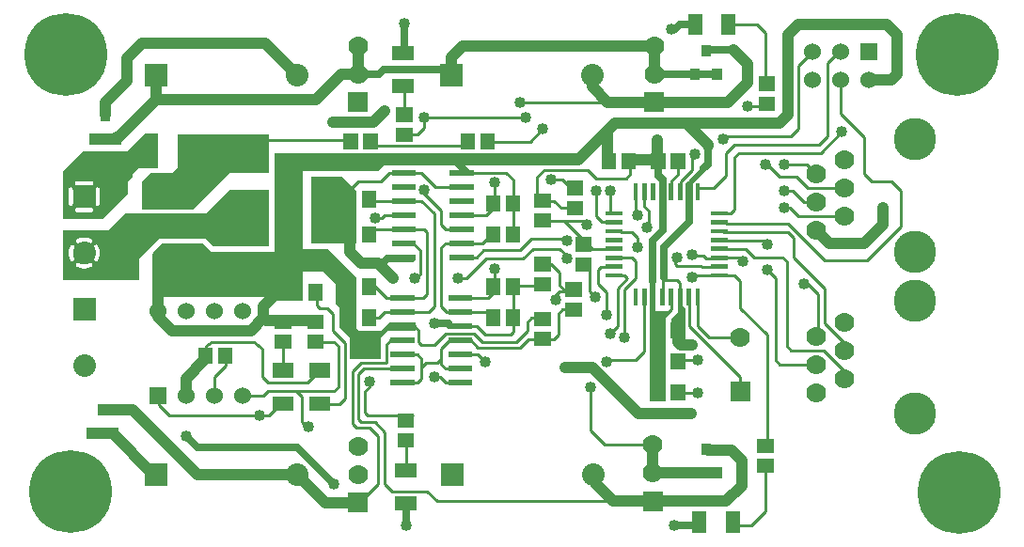
<source format=gbr>
G04 start of page 2 for group 0 idx 0 *
G04 Title: (unknown), component *
G04 Creator: pcb 20110918 *
G04 CreationDate: Tue 09 Apr 2013 03:49:42 AM GMT UTC *
G04 For: railfan *
G04 Format: Gerber/RS-274X *
G04 PCB-Dimensions: 350000 190000 *
G04 PCB-Coordinate-Origin: lower left *
%MOIN*%
%FSLAX25Y25*%
%LNTOP*%
%ADD35C,0.0450*%
%ADD34C,0.0380*%
%ADD33C,0.1280*%
%ADD32C,0.0300*%
%ADD31C,0.1285*%
%ADD30C,0.0390*%
%ADD29C,0.0280*%
%ADD28C,0.0480*%
%ADD27C,0.0200*%
%ADD26R,0.0157X0.0157*%
%ADD25R,0.0200X0.0200*%
%ADD24R,0.0360X0.0360*%
%ADD23R,0.0630X0.0630*%
%ADD22R,0.0340X0.0340*%
%ADD21R,0.0512X0.0512*%
%ADD20C,0.0787*%
%ADD19C,0.1500*%
%ADD18C,0.2937*%
%ADD17C,0.0700*%
%ADD16C,0.0600*%
%ADD15C,0.0800*%
%ADD14C,0.0250*%
%ADD13C,0.0400*%
%ADD12C,0.0100*%
%ADD11C,0.0001*%
G54D11*G36*
X113500Y82000D02*X119500D01*
Y76000D01*
X113500D01*
Y82000D01*
G37*
G36*
X128000Y73500D02*Y65000D01*
X117000D01*
Y73500D01*
X128000D01*
G37*
G36*
X112000Y88000D02*X119500D01*
Y81500D01*
X113500D01*
Y83000D01*
X112000Y84500D01*
Y88000D01*
G37*
G36*
X113500Y77000D02*X119500D01*
Y76000D01*
X120500Y75000D01*
X128500D01*
Y73000D01*
X128000Y72500D01*
X117000D01*
X113500Y76000D01*
Y77000D01*
G37*
G36*
X127500Y72500D02*Y75000D01*
X128000D01*
X131000Y78000D01*
X140500D01*
Y75000D01*
X130500D01*
X128000Y72500D01*
X127500D01*
G37*
G36*
X224000Y82000D02*X229000D01*
Y50000D01*
X224000D01*
Y82000D01*
G37*
G36*
X231000Y78000D02*Y79000D01*
X233500Y81500D01*
Y84500D01*
X235000D01*
Y84000D01*
X236000Y83000D01*
Y77000D01*
X231000D01*
Y78000D01*
G37*
G36*
X223500Y93500D02*X225500D01*
Y50000D01*
X223500D01*
Y93500D01*
G37*
G36*
X103500Y106000D02*Y129500D01*
X114500D01*
X119500Y124500D01*
Y106000D01*
X103500D01*
G37*
G36*
X100500Y104000D02*X109500D01*
X119500Y94000D01*
Y87500D01*
X112000D01*
Y91500D01*
X107500Y96000D01*
X97500D01*
Y104000D01*
X100500D01*
G37*
G36*
Y85500D02*X90500D01*
Y136000D01*
X100500D01*
Y85500D01*
G37*
G36*
X90500Y138000D02*X127000D01*
Y131500D01*
X90500D01*
Y138000D01*
G37*
G36*
X126000Y135000D02*Y135500D01*
X129000D01*
Y133500D01*
X127000Y131500D01*
X126000D01*
Y135000D01*
G37*
G36*
X231900Y74600D02*X236100D01*
Y70200D01*
X231900D01*
Y74600D01*
G37*
G36*
X27750Y138500D02*X40000D01*
Y129500D01*
X29000Y118500D01*
X27750D01*
Y119248D01*
X27868Y119257D01*
X27982Y119285D01*
X28092Y119330D01*
X28192Y119391D01*
X28282Y119468D01*
X28359Y119558D01*
X28420Y119658D01*
X28465Y119768D01*
X28493Y119882D01*
X28500Y120000D01*
Y125000D01*
X28493Y125118D01*
X28465Y125232D01*
X28420Y125342D01*
X28359Y125442D01*
X28282Y125532D01*
X28192Y125609D01*
X28092Y125670D01*
X27982Y125715D01*
X27868Y125743D01*
X27750Y125752D01*
Y138500D01*
G37*
G36*
X23000Y136000D02*X25500Y138500D01*
X27750D01*
Y125752D01*
X27632Y125743D01*
X27518Y125715D01*
X27408Y125670D01*
X27308Y125609D01*
X27218Y125532D01*
X27141Y125442D01*
X27080Y125342D01*
X27035Y125232D01*
X27007Y125118D01*
X27000Y125000D01*
Y120000D01*
X27007Y119882D01*
X27035Y119768D01*
X27080Y119658D01*
X27141Y119558D01*
X27218Y119468D01*
X27308Y119391D01*
X27408Y119330D01*
X27518Y119285D01*
X27632Y119257D01*
X27750Y119248D01*
Y118500D01*
X25500D01*
X25500Y118500D01*
X23000D01*
Y126500D01*
X25500D01*
X25618Y126507D01*
X25732Y126535D01*
X25842Y126580D01*
X25942Y126641D01*
X26032Y126718D01*
X26109Y126808D01*
X26170Y126908D01*
X26215Y127018D01*
X26243Y127132D01*
X26252Y127250D01*
X26243Y127368D01*
X26215Y127482D01*
X26170Y127592D01*
X26109Y127692D01*
X26032Y127782D01*
X25942Y127859D01*
X25842Y127920D01*
X25732Y127965D01*
X25618Y127993D01*
X25500Y128000D01*
X23000D01*
Y136000D01*
G37*
G36*
X19000Y118500D02*Y132000D01*
X23000Y136000D01*
Y128000D01*
X20500D01*
X20382Y127993D01*
X20268Y127965D01*
X20158Y127920D01*
X20058Y127859D01*
X19968Y127782D01*
X19891Y127692D01*
X19830Y127592D01*
X19785Y127482D01*
X19757Y127368D01*
X19748Y127250D01*
X19757Y127132D01*
X19785Y127018D01*
X19830Y126908D01*
X19891Y126808D01*
X19968Y126718D01*
X20058Y126641D01*
X20158Y126580D01*
X20268Y126535D01*
X20382Y126507D01*
X20500Y126500D01*
X23000D01*
Y118500D01*
X20500D01*
X20500Y118500D01*
X19000D01*
G37*
G36*
X40000Y138500D02*X49000D01*
Y132500D01*
X42000D01*
X39000Y129500D01*
Y138500D01*
X40000D01*
G37*
G36*
X16500Y106500D02*Y110000D01*
X26500D01*
X29000Y107500D01*
Y106500D01*
X25864D01*
X25865Y106504D01*
X25893Y106619D01*
X25902Y106737D01*
X25892Y106855D01*
X25865Y106969D01*
X25819Y107078D01*
X25757Y107179D01*
X25681Y107269D01*
X25591Y107345D01*
X25489Y107405D01*
X25020Y107622D01*
X24531Y107789D01*
X24028Y107909D01*
X23516Y107982D01*
X23000Y108006D01*
X22484Y107982D01*
X21972Y107909D01*
X21469Y107789D01*
X20980Y107622D01*
X20508Y107410D01*
X20407Y107349D01*
X20316Y107272D01*
X20239Y107182D01*
X20177Y107080D01*
X20131Y106971D01*
X20103Y106855D01*
X20094Y106737D01*
X20103Y106619D01*
X20130Y106503D01*
X20132Y106500D01*
X16500D01*
G37*
G36*
X29000Y118500D02*Y117500D01*
X27750Y116250D01*
Y119248D01*
X27868Y119257D01*
X27982Y119285D01*
X28092Y119330D01*
X28192Y119391D01*
X28282Y119468D01*
X28359Y119558D01*
X28420Y119658D01*
X28465Y119768D01*
X28493Y119882D01*
X28500Y120000D01*
Y125000D01*
X28493Y125118D01*
X28465Y125232D01*
X28420Y125342D01*
X28359Y125442D01*
X28282Y125532D01*
X28192Y125609D01*
X28092Y125670D01*
X27982Y125715D01*
X27868Y125743D01*
X27750Y125752D01*
Y132000D01*
X29000D01*
Y118500D01*
G37*
G36*
X27750Y116250D02*X26500Y115000D01*
X23000D01*
Y117000D01*
X25500D01*
X25618Y117007D01*
X25732Y117035D01*
X25842Y117080D01*
X25942Y117141D01*
X26032Y117218D01*
X26109Y117308D01*
X26170Y117408D01*
X26215Y117518D01*
X26243Y117632D01*
X26252Y117750D01*
X26243Y117868D01*
X26215Y117982D01*
X26170Y118092D01*
X26109Y118192D01*
X26032Y118282D01*
X25942Y118359D01*
X25842Y118420D01*
X25732Y118465D01*
X25618Y118493D01*
X25500Y118500D01*
X23000D01*
Y126500D01*
X25500D01*
X25618Y126507D01*
X25732Y126535D01*
X25842Y126580D01*
X25942Y126641D01*
X26032Y126718D01*
X26109Y126808D01*
X26170Y126908D01*
X26215Y127018D01*
X26243Y127132D01*
X26252Y127250D01*
X26243Y127368D01*
X26215Y127482D01*
X26170Y127592D01*
X26109Y127692D01*
X26032Y127782D01*
X25942Y127859D01*
X25842Y127920D01*
X25732Y127965D01*
X25618Y127993D01*
X25500Y128000D01*
X23000D01*
Y132000D01*
X27750D01*
Y125752D01*
X27632Y125743D01*
X27518Y125715D01*
X27408Y125670D01*
X27308Y125609D01*
X27218Y125532D01*
X27141Y125442D01*
X27080Y125342D01*
X27035Y125232D01*
X27007Y125118D01*
X27000Y125000D01*
Y120000D01*
X27007Y119882D01*
X27035Y119768D01*
X27080Y119658D01*
X27141Y119558D01*
X27218Y119468D01*
X27308Y119391D01*
X27408Y119330D01*
X27518Y119285D01*
X27632Y119257D01*
X27750Y119248D01*
Y116250D01*
G37*
G36*
X23000Y115000D02*X18250D01*
Y119248D01*
X18368Y119257D01*
X18482Y119285D01*
X18592Y119330D01*
X18692Y119391D01*
X18782Y119468D01*
X18859Y119558D01*
X18920Y119658D01*
X18965Y119768D01*
X18993Y119882D01*
X19000Y120000D01*
Y125000D01*
X18993Y125118D01*
X18965Y125232D01*
X18920Y125342D01*
X18859Y125442D01*
X18782Y125532D01*
X18692Y125609D01*
X18592Y125670D01*
X18482Y125715D01*
X18368Y125743D01*
X18250Y125752D01*
Y131750D01*
X18500Y132000D01*
X23000D01*
Y128000D01*
X20500D01*
X20382Y127993D01*
X20268Y127965D01*
X20158Y127920D01*
X20058Y127859D01*
X19968Y127782D01*
X19891Y127692D01*
X19830Y127592D01*
X19785Y127482D01*
X19757Y127368D01*
X19748Y127250D01*
X19757Y127132D01*
X19785Y127018D01*
X19830Y126908D01*
X19891Y126808D01*
X19968Y126718D01*
X20058Y126641D01*
X20158Y126580D01*
X20268Y126535D01*
X20382Y126507D01*
X20500Y126500D01*
X23000D01*
Y118500D01*
X20500D01*
X20382Y118493D01*
X20268Y118465D01*
X20158Y118420D01*
X20058Y118359D01*
X19968Y118282D01*
X19891Y118192D01*
X19830Y118092D01*
X19785Y117982D01*
X19757Y117868D01*
X19748Y117750D01*
X19757Y117632D01*
X19785Y117518D01*
X19830Y117408D01*
X19891Y117308D01*
X19968Y117218D01*
X20058Y117141D01*
X20158Y117080D01*
X20268Y117035D01*
X20382Y117007D01*
X20500Y117000D01*
X23000D01*
Y115000D01*
G37*
G36*
X18250D02*X16500D01*
Y130000D01*
X18250Y131750D01*
Y125752D01*
X18132Y125743D01*
X18018Y125715D01*
X17908Y125670D01*
X17808Y125609D01*
X17718Y125532D01*
X17641Y125442D01*
X17580Y125342D01*
X17535Y125232D01*
X17507Y125118D01*
X17500Y125000D01*
Y120000D01*
X17507Y119882D01*
X17535Y119768D01*
X17580Y119658D01*
X17641Y119558D01*
X17718Y119468D01*
X17808Y119391D01*
X17908Y119330D01*
X18018Y119285D01*
X18132Y119257D01*
X18250Y119248D01*
Y115000D01*
G37*
G36*
X27493Y110500D02*X29500D01*
X34625Y105375D01*
X34528Y104971D01*
X34491Y104500D01*
X34528Y104029D01*
X34638Y103570D01*
X34819Y103134D01*
X35065Y102731D01*
X35372Y102372D01*
X35731Y102065D01*
X36134Y101819D01*
X36570Y101638D01*
X37029Y101528D01*
X37500Y101491D01*
X37971Y101528D01*
X38375Y101625D01*
X42500Y97500D01*
Y93000D01*
X27493D01*
Y99645D01*
X27578Y99681D01*
X27679Y99743D01*
X27769Y99819D01*
X27845Y99909D01*
X27905Y100011D01*
X28122Y100480D01*
X28289Y100969D01*
X28409Y101472D01*
X28482Y101984D01*
X28506Y102500D01*
X28482Y103016D01*
X28409Y103528D01*
X28289Y104031D01*
X28122Y104520D01*
X27910Y104992D01*
X27849Y105093D01*
X27772Y105184D01*
X27682Y105261D01*
X27580Y105323D01*
X27493Y105360D01*
Y110500D01*
G37*
G36*
X23002D02*X27493D01*
Y105360D01*
X27471Y105369D01*
X27355Y105397D01*
X27237Y105406D01*
X27119Y105397D01*
X27003Y105370D01*
X26893Y105324D01*
X26792Y105262D01*
X26702Y105186D01*
X26624Y105095D01*
X26562Y104994D01*
X26516Y104885D01*
X26489Y104769D01*
X26479Y104651D01*
X26488Y104532D01*
X26516Y104417D01*
X26563Y104308D01*
X26721Y103968D01*
X26842Y103612D01*
X26930Y103247D01*
X26982Y102875D01*
X27000Y102500D01*
X26982Y102125D01*
X26930Y101753D01*
X26842Y101388D01*
X26721Y101032D01*
X26567Y100690D01*
X26520Y100582D01*
X26493Y100467D01*
X26483Y100349D01*
X26493Y100232D01*
X26521Y100117D01*
X26566Y100008D01*
X26628Y99907D01*
X26705Y99818D01*
X26795Y99741D01*
X26895Y99680D01*
X27004Y99635D01*
X27119Y99607D01*
X27237Y99598D01*
X27355Y99608D01*
X27469Y99635D01*
X27493Y99645D01*
Y93000D01*
X23002D01*
Y96994D01*
X23516Y97018D01*
X24028Y97091D01*
X24531Y97211D01*
X25020Y97378D01*
X25492Y97590D01*
X25593Y97651D01*
X25684Y97728D01*
X25761Y97818D01*
X25823Y97920D01*
X25869Y98029D01*
X25897Y98145D01*
X25906Y98263D01*
X25897Y98381D01*
X25870Y98497D01*
X25824Y98607D01*
X25762Y98708D01*
X25686Y98798D01*
X25595Y98876D01*
X25494Y98938D01*
X25385Y98984D01*
X25269Y99011D01*
X25151Y99021D01*
X25032Y99012D01*
X24917Y98984D01*
X24808Y98937D01*
X24468Y98779D01*
X24112Y98658D01*
X23747Y98570D01*
X23375Y98518D01*
X23002Y98500D01*
Y106500D01*
X23375Y106482D01*
X23747Y106430D01*
X24112Y106342D01*
X24468Y106221D01*
X24810Y106067D01*
X24918Y106020D01*
X25033Y105993D01*
X25151Y105983D01*
X25268Y105993D01*
X25383Y106021D01*
X25492Y106066D01*
X25593Y106128D01*
X25682Y106205D01*
X25759Y106295D01*
X25820Y106395D01*
X25865Y106504D01*
X25893Y106619D01*
X25902Y106737D01*
X25892Y106855D01*
X25865Y106969D01*
X25819Y107078D01*
X25757Y107179D01*
X25681Y107269D01*
X25591Y107345D01*
X25489Y107405D01*
X25020Y107622D01*
X24531Y107789D01*
X24028Y107909D01*
X23516Y107982D01*
X23002Y108006D01*
Y110500D01*
G37*
G36*
X18507D02*X23002D01*
Y108006D01*
X23000Y108006D01*
X22484Y107982D01*
X21972Y107909D01*
X21469Y107789D01*
X20980Y107622D01*
X20508Y107410D01*
X20407Y107349D01*
X20316Y107272D01*
X20239Y107182D01*
X20177Y107080D01*
X20131Y106971D01*
X20103Y106855D01*
X20094Y106737D01*
X20103Y106619D01*
X20130Y106503D01*
X20176Y106393D01*
X20238Y106292D01*
X20314Y106202D01*
X20405Y106124D01*
X20506Y106062D01*
X20615Y106016D01*
X20731Y105989D01*
X20849Y105979D01*
X20968Y105988D01*
X21083Y106016D01*
X21192Y106063D01*
X21532Y106221D01*
X21888Y106342D01*
X22253Y106430D01*
X22625Y106482D01*
X23000Y106500D01*
X23002Y106500D01*
Y98500D01*
X23000Y98500D01*
X22625Y98518D01*
X22253Y98570D01*
X21888Y98658D01*
X21532Y98779D01*
X21190Y98933D01*
X21082Y98980D01*
X20967Y99007D01*
X20849Y99017D01*
X20732Y99007D01*
X20617Y98979D01*
X20508Y98934D01*
X20407Y98872D01*
X20318Y98795D01*
X20241Y98705D01*
X20180Y98605D01*
X20135Y98496D01*
X20107Y98381D01*
X20098Y98263D01*
X20108Y98145D01*
X20135Y98031D01*
X20181Y97922D01*
X20243Y97821D01*
X20319Y97731D01*
X20409Y97655D01*
X20511Y97595D01*
X20980Y97378D01*
X21469Y97211D01*
X21972Y97091D01*
X22484Y97018D01*
X23000Y96994D01*
X23002Y96994D01*
Y93000D01*
X18507D01*
Y99640D01*
X18529Y99631D01*
X18645Y99603D01*
X18763Y99594D01*
X18881Y99603D01*
X18997Y99630D01*
X19107Y99676D01*
X19208Y99738D01*
X19298Y99814D01*
X19376Y99905D01*
X19438Y100006D01*
X19484Y100115D01*
X19511Y100231D01*
X19521Y100349D01*
X19512Y100468D01*
X19484Y100583D01*
X19437Y100692D01*
X19279Y101032D01*
X19158Y101388D01*
X19070Y101753D01*
X19018Y102125D01*
X19000Y102500D01*
X19018Y102875D01*
X19070Y103247D01*
X19158Y103612D01*
X19279Y103968D01*
X19433Y104310D01*
X19480Y104418D01*
X19507Y104533D01*
X19517Y104651D01*
X19507Y104768D01*
X19479Y104883D01*
X19434Y104992D01*
X19372Y105093D01*
X19295Y105182D01*
X19205Y105259D01*
X19105Y105320D01*
X18996Y105365D01*
X18881Y105393D01*
X18763Y105402D01*
X18645Y105392D01*
X18531Y105365D01*
X18507Y105355D01*
Y110500D01*
G37*
G36*
X15500D02*X18507D01*
Y105355D01*
X18422Y105319D01*
X18321Y105257D01*
X18231Y105181D01*
X18155Y105091D01*
X18095Y104989D01*
X17878Y104520D01*
X17711Y104031D01*
X17591Y103528D01*
X17518Y103016D01*
X17494Y102500D01*
X17518Y101984D01*
X17591Y101472D01*
X17711Y100969D01*
X17878Y100480D01*
X18090Y100008D01*
X18151Y99907D01*
X18228Y99816D01*
X18318Y99739D01*
X18420Y99677D01*
X18507Y99640D01*
Y93000D01*
X15500D01*
Y110500D01*
G37*
G36*
X27750Y130000D02*X38500D01*
Y123500D01*
X29500Y114500D01*
X27750D01*
Y119248D01*
X27868Y119257D01*
X27982Y119285D01*
X28092Y119330D01*
X28192Y119391D01*
X28282Y119468D01*
X28359Y119558D01*
X28420Y119658D01*
X28465Y119768D01*
X28493Y119882D01*
X28500Y120000D01*
Y125000D01*
X28493Y125118D01*
X28465Y125232D01*
X28420Y125342D01*
X28359Y125442D01*
X28282Y125532D01*
X28192Y125609D01*
X28092Y125670D01*
X27982Y125715D01*
X27868Y125743D01*
X27750Y125752D01*
Y130000D01*
G37*
G36*
X23000D02*X27750D01*
Y125752D01*
X27632Y125743D01*
X27518Y125715D01*
X27408Y125670D01*
X27308Y125609D01*
X27218Y125532D01*
X27141Y125442D01*
X27080Y125342D01*
X27035Y125232D01*
X27007Y125118D01*
X27000Y125000D01*
Y120000D01*
X27007Y119882D01*
X27035Y119768D01*
X27080Y119658D01*
X27141Y119558D01*
X27218Y119468D01*
X27308Y119391D01*
X27408Y119330D01*
X27518Y119285D01*
X27632Y119257D01*
X27750Y119248D01*
Y114500D01*
X23000D01*
Y117000D01*
X25500D01*
X25618Y117007D01*
X25732Y117035D01*
X25842Y117080D01*
X25942Y117141D01*
X26032Y117218D01*
X26109Y117308D01*
X26170Y117408D01*
X26215Y117518D01*
X26243Y117632D01*
X26252Y117750D01*
X26243Y117868D01*
X26215Y117982D01*
X26170Y118092D01*
X26109Y118192D01*
X26032Y118282D01*
X25942Y118359D01*
X25842Y118420D01*
X25732Y118465D01*
X25618Y118493D01*
X25500Y118500D01*
X23000D01*
Y126500D01*
X25500D01*
X25618Y126507D01*
X25732Y126535D01*
X25842Y126580D01*
X25942Y126641D01*
X26032Y126718D01*
X26109Y126808D01*
X26170Y126908D01*
X26215Y127018D01*
X26243Y127132D01*
X26252Y127250D01*
X26243Y127368D01*
X26215Y127482D01*
X26170Y127592D01*
X26109Y127692D01*
X26032Y127782D01*
X25942Y127859D01*
X25842Y127920D01*
X25732Y127965D01*
X25618Y127993D01*
X25500Y128000D01*
X23000D01*
Y130000D01*
G37*
G36*
X18250D02*X23000D01*
Y128000D01*
X20500D01*
X20382Y127993D01*
X20268Y127965D01*
X20158Y127920D01*
X20058Y127859D01*
X19968Y127782D01*
X19891Y127692D01*
X19830Y127592D01*
X19785Y127482D01*
X19757Y127368D01*
X19748Y127250D01*
X19757Y127132D01*
X19785Y127018D01*
X19830Y126908D01*
X19891Y126808D01*
X19968Y126718D01*
X20058Y126641D01*
X20158Y126580D01*
X20268Y126535D01*
X20382Y126507D01*
X20500Y126500D01*
X23000D01*
Y118500D01*
X20500D01*
X20382Y118493D01*
X20268Y118465D01*
X20158Y118420D01*
X20058Y118359D01*
X19968Y118282D01*
X19891Y118192D01*
X19830Y118092D01*
X19785Y117982D01*
X19757Y117868D01*
X19748Y117750D01*
X19757Y117632D01*
X19785Y117518D01*
X19830Y117408D01*
X19891Y117308D01*
X19968Y117218D01*
X20058Y117141D01*
X20158Y117080D01*
X20268Y117035D01*
X20382Y117007D01*
X20500Y117000D01*
X23000D01*
Y114500D01*
X18250D01*
Y119248D01*
X18368Y119257D01*
X18482Y119285D01*
X18592Y119330D01*
X18692Y119391D01*
X18782Y119468D01*
X18859Y119558D01*
X18920Y119658D01*
X18965Y119768D01*
X18993Y119882D01*
X19000Y120000D01*
Y125000D01*
X18993Y125118D01*
X18965Y125232D01*
X18920Y125342D01*
X18859Y125442D01*
X18782Y125532D01*
X18692Y125609D01*
X18592Y125670D01*
X18482Y125715D01*
X18368Y125743D01*
X18250Y125752D01*
Y130000D01*
G37*
G36*
X15500Y114500D02*Y130000D01*
X18250D01*
Y125752D01*
X18132Y125743D01*
X18018Y125715D01*
X17908Y125670D01*
X17808Y125609D01*
X17718Y125532D01*
X17641Y125442D01*
X17580Y125342D01*
X17535Y125232D01*
X17507Y125118D01*
X17500Y125000D01*
Y120000D01*
X17507Y119882D01*
X17535Y119768D01*
X17580Y119658D01*
X17641Y119558D01*
X17718Y119468D01*
X17808Y119391D01*
X17908Y119330D01*
X18018Y119285D01*
X18132Y119257D01*
X18250Y119248D01*
Y114500D01*
X15500D01*
G37*
G36*
Y129500D02*Y131500D01*
X22500Y138500D01*
X26500D01*
Y129500D01*
X15500D01*
G37*
G36*
X38000Y138500D02*X44500Y145000D01*
X49000D01*
Y138000D01*
X38000D01*
Y138500D01*
G37*
G36*
X28500Y110500D02*X31500D01*
X37500Y116500D01*
X66000D01*
X74500Y125000D01*
X88500D01*
Y105000D01*
X68500D01*
X66000Y107500D01*
X49500D01*
X42500Y100500D01*
Y96000D01*
X31500D01*
Y103500D01*
X28500Y106500D01*
Y110500D01*
G37*
G36*
X56000Y144500D02*X88500D01*
Y131000D01*
X74500D01*
X61500Y118000D01*
X43500D01*
Y128000D01*
X46500Y131000D01*
X54000D01*
X56000Y133000D01*
Y144500D01*
G37*
G36*
X50500Y106000D02*X65000D01*
X68000Y103000D01*
X95500D01*
Y87000D01*
X47500D01*
Y103000D01*
X50500Y106000D01*
G37*
G54D12*X177500Y156000D02*X225000D01*
G54D13*X203000Y165500D02*Y161500D01*
X208500Y156000D01*
X157000Y176000D02*X225000D01*
G54D12*X166000Y142000D02*X181000D01*
X184500Y145500D01*
X159500Y131000D02*X172500D01*
X175000Y128500D01*
X188500D02*X192500D01*
G54D13*X198000Y135500D02*X211000Y148500D01*
X208500Y145500D02*Y134500D01*
G54D12*X183500Y129500D02*X186000Y132000D01*
X201500D01*
X204500Y129000D01*
X215000D01*
X216500Y130500D02*Y134500D01*
G54D13*X215500Y135500D02*X226000D01*
G54D12*X233500Y130500D02*Y134500D01*
G54D13*X226000Y134000D02*Y142500D01*
G54D14*X226500Y130000D02*Y133500D01*
X244000Y136500D02*Y140500D01*
Y134000D02*Y141000D01*
G54D13*X225000Y176000D02*Y166000D01*
X244000Y141000D02*X236500Y148500D01*
X244000Y140500D02*Y141000D01*
G54D14*X242500Y142500D01*
G54D12*X238500Y132000D02*Y136500D01*
X239500Y137500D01*
G54D14*X242500Y132500D02*X244000Y134000D01*
G54D12*X250500Y130000D02*Y138000D01*
X253500Y141000D01*
X249500Y143000D02*X250500Y144000D01*
G54D13*X30500Y156000D02*X38000Y163500D01*
Y171500D01*
X30500Y156000D02*Y151500D01*
X34000Y143000D02*X34500Y143500D01*
G54D12*X73000Y62500D02*Y65500D01*
X66000Y67000D02*Y69500D01*
X68000Y71000D01*
G54D13*X49000Y80000D02*X54000Y75000D01*
X34500Y143500D02*X35000D01*
X48500Y157000D01*
X54000Y75000D02*X82000D01*
G54D12*X68000Y71000D02*X83000D01*
G54D13*X34000Y143000D02*X27000D01*
X38000Y171500D02*X43500Y177000D01*
X87000D01*
X48500Y157000D02*Y167000D01*
X48000Y167500D01*
X48500Y157000D02*X105000D01*
G54D12*X111000Y142500D02*X85500D01*
G54D13*X87000Y177000D02*X98500Y165500D01*
G54D12*X110000Y142500D02*X117000D01*
G54D13*X92500Y88500D02*X97500D01*
G54D12*X83000Y71000D02*X86000Y68500D01*
G54D13*X82000Y75000D02*X86500Y79500D01*
G54D12*X121000Y63500D02*X130000D01*
G54D14*X117000Y90500D02*Y79500D01*
G54D12*X115500Y70500D02*X111000Y75000D01*
Y81000D01*
X130000Y63500D02*Y70000D01*
X131500Y71500D01*
G54D14*X128500Y98500D02*X130500Y100500D01*
G54D13*X117000Y103000D02*X121000Y99000D01*
X127000D01*
G54D14*X127500Y98500D02*X128500D01*
G54D13*X86500Y79000D02*Y83500D01*
X94500Y91500D02*Y133500D01*
X86500Y83500D02*X94500Y91500D01*
G54D12*X111000Y81000D02*X109000Y83000D01*
X106500D01*
X105500Y84000D01*
Y87500D01*
G54D13*X106500Y127000D02*Y120500D01*
X111500Y115500D01*
X117000D01*
Y109000D01*
Y121500D01*
Y109500D02*Y103000D01*
X125500Y149000D02*X129500Y153000D01*
G54D12*X136500Y161500D02*Y151500D01*
G54D14*X127500Y166000D02*X129000Y167500D01*
G54D13*X111000Y149000D02*X125500D01*
X120000Y176000D02*Y166500D01*
X120500Y166000D01*
X105000Y157000D02*X114000Y166000D01*
X120000D01*
G54D14*X127500D01*
G54D12*X143500Y147000D02*Y151000D01*
X141000Y144500D02*X143500Y147000D01*
G54D13*X153000Y165500D02*Y172000D01*
X157000Y176000D01*
G54D14*X151000Y167500D02*X153000Y165500D01*
X136500Y184000D02*Y174000D01*
X129000Y167500D02*X151000D01*
G54D12*X136500Y144500D02*X141000D01*
X126000Y140500D02*X159000D01*
X143500Y111000D02*X138000D01*
X151000D02*X149500Y112500D01*
X139000Y121000D02*X142500D01*
X147000Y116500D01*
X149500Y112500D02*Y117500D01*
X143000Y124000D01*
X168500Y127500D02*Y119500D01*
X175000Y128500D02*Y108500D01*
X159500Y116000D02*X165500D01*
X168000Y118500D01*
X147500Y126000D02*X155000D01*
G54D14*X154000Y135500D02*X158000Y131500D01*
G54D12*X143500Y150500D02*X179500D01*
X143500Y125000D02*X144500D01*
X186000Y121000D02*X189500D01*
X192500Y128500D02*X195500Y125500D01*
X192000Y118500D02*X197000D01*
X183500Y121000D02*Y129500D01*
X186000Y114000D02*X199500D01*
X125000Y121000D02*X134500D01*
X117000Y121500D02*Y125000D01*
X120000Y128000D01*
X128000D01*
X131000Y131000D01*
X135000D01*
X124500Y111000D02*X135000D01*
X117000Y122000D02*Y109000D01*
X126000Y115000D02*X128500D01*
X129500Y116000D01*
X134500D01*
X137500Y131000D02*X142500D01*
X147500Y126000D01*
G54D13*X95500Y135500D02*X198000D01*
G54D12*X198500Y137500D02*X108000D01*
X168500Y90500D02*Y97500D01*
X147000Y116500D02*Y83500D01*
G54D14*Y77500D02*X152000D01*
X152500Y77000D01*
G54D12*X151000Y74000D02*X147000Y70000D01*
X142500D01*
X142000Y103500D02*Y95000D01*
X140000Y76500D02*X139000D01*
X159500Y71500D02*X160000D01*
X162500Y69000D01*
X139500Y106000D02*X142000Y103500D01*
Y95000D02*X140500Y93500D01*
G54D14*X130500Y100500D02*X139000D01*
G54D13*X127000Y99000D02*X132500Y93500D01*
G54D12*X142500Y70000D02*X141500Y71000D01*
Y75000D01*
X140000Y76500D01*
X151000Y74000D02*X161000D01*
X164000Y71000D01*
X176000D01*
X180000Y75000D01*
Y78000D01*
X181500Y79500D01*
X185000D01*
X190000Y86000D02*Y87500D01*
X238000Y127500D02*X243500Y133000D01*
X243000Y133500D02*X237500Y128000D01*
Y127000D02*X238000Y126500D01*
X237500Y128000D02*Y127000D01*
X234500Y128000D02*X238500Y132000D01*
X240500Y125500D02*X246000D01*
X250500Y130000D01*
X253500Y118000D02*Y136500D01*
X224500Y76500D02*X226000Y75000D01*
X228000Y88500D02*Y90500D01*
X240500Y85000D02*Y76500D01*
X244500Y72500D01*
X237500Y84500D02*Y76500D01*
X233500Y64500D02*X240500D01*
G54D13*X233500Y71000D02*X234500Y70000D01*
G54D12*X244500Y72500D02*X255000D01*
X273500Y68000D02*X285000D01*
X269500Y63000D02*X282500D01*
X265000Y73500D02*X255500Y83000D01*
X268000Y64500D02*Y93500D01*
X272000Y69500D02*X273500Y68000D01*
X272000Y99500D02*Y69500D01*
X268000Y64500D02*X269500Y63000D01*
X285500Y90000D02*Y77500D01*
X255500Y83000D02*Y92500D01*
X253500Y94500D01*
X249500D01*
X268000Y93500D02*X265000Y96500D01*
X285500Y90000D02*X274500Y101000D01*
X272000Y99500D02*X270500Y101000D01*
X260500D01*
X241500Y98000D02*X233000D01*
X246000Y94500D02*X239000D01*
X243500Y100500D02*X246000D01*
Y97500D02*X242000D01*
X241500Y98000D01*
X238500Y101500D02*X242500D01*
X243500Y100500D01*
X250500Y107000D02*X263500D01*
X272500Y110000D02*X249500D01*
X250500Y116500D02*X252000D01*
X253500Y118000D01*
X250500Y113000D02*X272500D01*
X263500Y107000D02*X265000Y105500D01*
X260500Y101000D02*X257500Y104000D01*
X274500Y101000D02*Y108000D01*
X272500Y110000D01*
G54D13*X282500Y110500D02*X287000Y106000D01*
X287500D02*X299500D01*
X306000Y112500D01*
Y118500D01*
G54D12*X285500Y100000D02*X300500D01*
X312500Y112000D01*
Y124500D01*
X309000Y128000D01*
X273000Y118500D02*X276000Y115500D01*
X293000D01*
X279500Y125500D02*X275500Y129500D01*
X271000Y118500D02*X273000D01*
X271000Y124500D02*X274000D01*
X278000Y120500D01*
X292500Y125500D02*X279500D01*
X278000Y120500D02*X282000D01*
X282500Y121000D01*
X228000Y89500D02*Y95000D01*
X228500Y96000D02*Y95500D01*
X232500Y98500D02*Y100500D01*
X233000Y98000D02*X232500Y98500D01*
X233000Y93000D02*X234000Y92000D01*
X224500Y85500D02*Y76500D01*
X231000Y85500D02*Y82500D01*
X227500Y79000D01*
Y75500D01*
X224500Y81500D02*X230000D01*
X224500Y93000D02*Y87500D01*
G54D14*X228500Y94000D02*Y104500D01*
G54D12*X155500Y93500D02*X158500D01*
X165500Y100500D01*
X178500D01*
X159500Y106000D02*X164000D01*
X167000Y109000D01*
X159500Y101000D02*X162000D01*
X164500Y103500D01*
G54D14*X224500Y107000D02*Y92500D01*
X228000Y110500D02*X224500Y107000D01*
X228000Y126500D02*Y110500D01*
G54D12*X231000Y126000D02*Y128000D01*
X233500Y130500D01*
G54D14*X228000Y126000D02*Y128500D01*
X226500Y130000D01*
G54D12*X234500Y126000D02*Y128000D01*
G54D14*X228500Y104500D02*X237500Y113500D01*
Y126500D01*
G54D12*X218500Y122500D02*Y116000D01*
X221500Y122500D02*Y119000D01*
X218500Y116000D02*X219000Y115500D01*
X190000Y87500D02*X191500Y89000D01*
X202000Y98500D02*Y89000D01*
X181500Y107500D02*X193000D01*
X194000Y106500D01*
X193000Y114000D02*X203000Y104000D01*
X199500Y114000D02*X201000Y112500D01*
X189500Y121000D02*X192000Y118500D01*
X203000Y104000D02*X210000D01*
X209500Y124500D02*Y116500D01*
X206500Y113500D02*X209500D01*
X204500Y124500D02*Y115500D01*
X206500Y113500D01*
G54D13*X208500Y156000D02*X251000D01*
X258000Y163000D01*
Y169500D01*
X253000Y174500D01*
G54D14*X225000Y166000D02*X247500D01*
X232500Y182000D02*X234000Y183500D01*
X239000D01*
X231000Y182000D02*X232500D01*
G54D13*X211000Y148500D02*X269500D01*
G54D14*X253000Y174500D02*X243000D01*
G54D12*X251000Y183500D02*X261500D01*
X264500Y180500D01*
Y162000D01*
X276000Y169000D02*X281000Y174000D01*
G54D13*X272500Y180000D02*X276000Y183500D01*
X307500D01*
X311000Y180000D01*
G54D12*X286500Y170000D02*X291000Y174500D01*
G54D13*X311000Y180000D02*Y166000D01*
X309000Y164000D01*
X301000D01*
G54D12*X286500Y144000D02*Y170000D01*
X291000Y152000D02*Y164000D01*
X276000Y146500D02*Y169000D01*
X250500Y144000D02*X273500D01*
X258000Y154500D02*X265000D01*
G54D13*X269500Y148500D02*X272500Y151500D01*
G54D12*X253500Y136500D02*X255000Y138000D01*
G54D13*X272500Y151500D02*Y180000D01*
G54D12*X273500Y144000D02*X276000Y146500D01*
X253500Y141000D02*X283500D01*
X255000Y138000D02*X284000D01*
X269500Y129500D02*X265000Y134000D01*
X275500Y129500D02*X269500D01*
X302000Y128000D02*X299500Y130500D01*
X309000Y128000D02*X302000D01*
X271000Y134000D02*X279000D01*
X282500Y130500D01*
X283500Y141000D02*X286500Y144000D01*
X299500Y143500D02*X291000Y152000D01*
X284000Y138000D02*X291500Y145500D01*
X299500Y143500D02*Y130500D01*
X144500Y110000D02*X143500Y111000D01*
X151000Y106000D02*X154500D01*
X149500Y104500D02*X151000Y106000D01*
X154500Y111000D02*X151000D01*
X143000Y86500D02*X144500Y88000D01*
X138000Y86500D02*X143000D01*
X124500Y90500D02*X126000D01*
X130000Y86500D01*
X133500D01*
X124500Y79500D02*X127500D01*
X129500Y81500D01*
X135000D01*
X144500Y88000D02*Y110000D01*
X149500Y83500D02*Y104500D01*
X151500Y81500D02*X149500Y83500D01*
X138500Y81500D02*X145000D01*
X153500D02*X151500D01*
X145000D02*X147000Y83500D01*
X162500Y69000D02*X177500D01*
X162500Y66500D02*X165000Y64000D01*
X159000Y66500D02*X162500D01*
X158500Y86500D02*X166000D01*
X168000Y88500D01*
X158500Y81500D02*X168000D01*
X158000Y76500D02*X162000D01*
X165000Y73500D01*
X168000Y81500D02*X168500Y81000D01*
X174000Y73500D02*X175000Y74500D01*
X165000Y73500D02*X174000D01*
X175000Y90500D02*Y74500D01*
X149500Y63000D02*Y68500D01*
X152500Y71500D01*
X148000Y63500D02*X149500Y65000D01*
Y63000D02*X151000Y61500D01*
X154500D01*
X120000Y59500D02*X122000Y61500D01*
X134500D01*
X151000Y56500D02*X154000D01*
X147000Y58500D02*X149000D01*
X151000Y56500D01*
X144000Y63500D02*X148000D01*
X142500Y62000D02*X144000Y63500D01*
X138500Y66500D02*X141000D01*
X142500Y65000D01*
Y58000D01*
X141000Y56500D01*
X137500D01*
G54D13*X48500Y24000D02*X47500D01*
X33000Y38500D01*
X26000D01*
X49000Y80000D02*Y101500D01*
G54D12*X49500Y52000D02*Y48500D01*
G54D13*X59000Y58000D02*X65500Y64500D01*
X59000Y52000D02*Y58000D01*
X40000Y47000D02*X30000D01*
X40000D02*X63000Y24000D01*
G54D12*X49500Y48500D02*X53000Y45000D01*
G54D14*X63000Y33500D02*X59000Y37500D01*
G54D13*X98500Y24000D02*X108500Y14000D01*
X120000D01*
G54D12*X120500D01*
G54D13*X63000Y24000D02*X99000D01*
G54D14*X98500Y33500D02*X63000D01*
X98500D02*X111500Y20500D01*
G54D12*Y53500D02*X113000Y55000D01*
X115500Y51000D02*X113500Y49000D01*
X119500Y40500D02*X118000Y42000D01*
X121000Y42500D02*X120000Y43500D01*
X113500Y49000D02*X106500D01*
X100000Y42500D02*X102000Y40500D01*
X118000Y42000D02*Y60500D01*
X121000Y63500D01*
X120000Y43500D02*Y59500D01*
X100000Y51500D02*Y42500D01*
X131500Y71500D02*X133000D01*
G54D13*X87500Y78500D02*X105000D01*
G54D12*X88000Y53500D02*X111500D01*
X102000Y56500D02*X105000Y59500D01*
X88000Y56500D02*X102000D01*
X93500Y61000D02*Y71000D01*
X86000Y68500D02*Y58500D01*
X98000Y53500D02*X100000Y51500D01*
X124000Y57000D02*Y55000D01*
X122500Y53500D01*
Y46000D01*
X123500Y45000D01*
X111500Y71000D02*X105500D01*
X113000Y69500D02*X111500Y71000D01*
X113000Y55000D02*Y69500D01*
X115500Y51000D02*Y70500D01*
X137000Y36500D02*Y25000D01*
G54D14*Y5500D02*Y13500D01*
G54D12*X144500Y18000D02*X132000D01*
X129500Y20500D01*
X120500Y14000D02*X127000Y20500D01*
Y37500D01*
X124000Y40500D01*
X119500D01*
X129500Y20500D02*Y39000D01*
X126000Y42500D01*
X121000D01*
X123500Y45000D02*X139500D01*
X86500Y52000D02*X88000Y53500D01*
X93500Y49000D02*X92500D01*
X88500Y45000D01*
X79000Y52000D02*X86500D01*
X86000Y58500D02*X88000Y56500D01*
X53000Y45000D02*X88500D01*
X69000Y52000D02*Y58500D01*
X73000Y62500D01*
G54D13*X224500Y24500D02*X247000D01*
X224500Y34500D02*Y24500D01*
X238000Y45500D02*X219500D01*
G54D12*X233500Y53000D02*X240500D01*
X202500Y39500D02*Y55000D01*
G54D13*X252500Y32500D02*X244000D01*
X210500Y14500D02*X250500D01*
X256000Y20000D01*
Y29000D01*
X252500Y32500D01*
G54D12*X255500Y58500D02*Y53000D01*
G54D14*X232000Y6000D02*X241500D01*
G54D12*X211500Y14500D02*X148000D01*
X144500Y18000D01*
X253500Y6000D02*X259500D01*
X264500Y11000D01*
Y26500D01*
X265000Y34000D02*Y73500D01*
G54D13*X204000Y24000D02*Y21000D01*
X210500Y14500D01*
G54D12*X202500Y39500D02*X207500Y34500D01*
X224500D01*
G54D13*X219500Y45500D02*X203000Y62000D01*
G54D12*X257500Y104000D02*X248500D01*
X292500Y60500D02*Y58000D01*
X249500Y101000D02*X255000D01*
X272500Y113000D02*X285500Y100000D01*
X255000Y101000D02*X256500Y99500D01*
X285500Y77500D02*X294500Y68500D01*
X283000Y78000D02*Y88000D01*
X285000Y68000D02*X292500Y60500D01*
X283000Y88000D02*X279000Y92000D01*
X283000Y73000D02*Y78500D01*
X237500Y76500D02*X255500Y58500D01*
X164500Y103500D02*X177500D01*
X181500Y107500D01*
X175000Y91000D02*X185500D01*
X178500Y100500D02*X182000Y104000D01*
X191500D02*X194000Y101500D01*
X191500Y95500D02*Y91000D01*
X193000Y89500D02*X196000D01*
X191500Y91000D02*X193000Y89500D01*
X191500Y89000D02*X195500D01*
X188500Y98500D02*X191500Y95500D01*
X186000Y98500D02*X188500D01*
X182000Y104000D02*X191500D01*
X228000Y94500D02*Y91000D01*
X233000Y93000D02*X228500D01*
Y94500D01*
X228000D01*
G54D13*X233500Y74500D02*Y71000D01*
G54D12*X234000Y92000D02*Y89000D01*
G54D13*X234500Y70000D02*X238500D01*
G54D12*X214500Y89500D02*X218500Y93500D01*
X208000Y80500D02*Y88500D01*
X212000Y90000D02*Y76500D01*
X213000Y94500D02*X214500D01*
X212000Y76500D02*X210000Y74500D01*
X215500Y93500D02*X212000Y90000D01*
X223000Y112000D02*X222500Y111500D01*
X217000Y101000D02*X215500D01*
X218500Y99500D02*X217000Y101000D01*
X216500D02*X212500D01*
X218500Y93500D02*Y99500D01*
X221500Y85500D02*Y67500D01*
X218500Y64500D01*
X226500Y75500D02*Y51500D01*
X215000Y129000D02*X216500Y130500D01*
X221500Y119000D02*X223000Y117500D01*
Y112000D01*
X202000Y89000D02*X203500Y87500D01*
X192500Y82500D02*X197000D01*
X189500Y72000D02*X191000Y73500D01*
X214500Y89500D02*Y72000D01*
G54D13*X203000Y62000D02*X193500D01*
G54D12*X218500Y64500D02*X207500D01*
X217000Y110000D02*X219000Y108000D01*
Y104500D01*
X213000Y110000D02*X217000D01*
X214500Y94500D02*X215500Y93500D01*
X208000Y88500D02*X205000Y91500D01*
X206000Y97500D02*X210000D01*
X205000Y96500D02*X206000Y97500D01*
X205000Y91500D02*Y96500D01*
X177500Y69000D02*X180500Y72000D01*
X189500D01*
X191000Y73500D02*Y81000D01*
X192500Y82500D01*
G54D11*G36*
X44500Y28000D02*Y20000D01*
X52500D01*
Y28000D01*
X44500D01*
G37*
G54D15*X98500Y24000D03*
G54D11*G36*
X46000Y55000D02*Y49000D01*
X52000D01*
Y55000D01*
X46000D01*
G37*
G54D16*X59000Y52000D03*
X69000D03*
X79000D03*
G54D11*G36*
X221000Y18000D02*Y11000D01*
X228000D01*
Y18000D01*
X221000D01*
G37*
G54D17*X224500Y24500D03*
Y34500D03*
G54D11*G36*
X149500Y28000D02*Y20000D01*
X157500D01*
Y28000D01*
X149500D01*
G37*
G54D15*X203500Y24000D03*
G54D18*X18000Y18000D03*
G54D11*G36*
X116500Y17500D02*Y10500D01*
X123500D01*
Y17500D01*
X116500D01*
G37*
G54D17*X120000Y24000D03*
Y34000D03*
X282500Y53000D03*
X292500Y58000D03*
Y68000D03*
G54D19*X317500Y45500D03*
G54D18*X333000Y17500D03*
G54D11*G36*
X298000Y177000D02*Y171000D01*
X304000D01*
Y177000D01*
X298000D01*
G37*
G54D16*X291000Y174000D03*
X281000D03*
X301000Y164000D03*
X291000D03*
X281000D03*
G54D11*G36*
X221500Y159500D02*Y152500D01*
X228500D01*
Y159500D01*
X221500D01*
G37*
G54D17*X225000Y166000D03*
Y176000D03*
G54D18*X332500Y173000D03*
G54D11*G36*
X149000Y169500D02*Y161500D01*
X157000D01*
Y169500D01*
X149000D01*
G37*
G54D15*X98500Y165500D03*
G54D11*G36*
X116500Y159500D02*Y152500D01*
X123500D01*
Y159500D01*
X116500D01*
G37*
G54D17*X120000Y166000D03*
Y176000D03*
G54D15*X203000Y165500D03*
G54D11*G36*
X19000Y126500D02*Y118500D01*
X27000D01*
Y126500D01*
X19000D01*
G37*
G54D15*X23000Y102500D03*
G54D11*G36*
X19000Y86500D02*Y78500D01*
X27000D01*
Y86500D01*
X19000D01*
G37*
G54D15*X23000Y62500D03*
G54D18*X16500Y173000D03*
G54D20*X57000Y102000D03*
Y112000D03*
G54D11*G36*
X53063Y125937D02*Y118063D01*
X60937D01*
Y125937D01*
X53063D01*
G37*
G36*
X44500Y169500D02*Y161500D01*
X52500D01*
Y169500D01*
X44500D01*
G37*
G54D16*X79000Y82000D03*
X69000D03*
X59000D03*
X49000D03*
G54D17*X282500Y63000D03*
Y73000D03*
X292500Y78000D03*
G54D19*X317500Y85500D03*
G54D11*G36*
X252000Y56894D02*Y49894D01*
X259000D01*
Y56894D01*
X252000D01*
G37*
G54D17*X255500Y72606D03*
X282500Y110500D03*
X292500Y115500D03*
X282500Y120500D03*
X292500Y125500D03*
X282500Y130500D03*
X292500Y135500D03*
G54D19*X317500Y103000D03*
Y143000D03*
G54D21*X65957Y66393D02*Y65607D01*
G54D22*X25500Y38800D02*Y38200D01*
X33300Y38800D02*Y38200D01*
X29400Y47000D02*Y46400D01*
G54D21*X73043Y66393D02*Y65607D01*
G54D23*X84000Y121307D02*Y115008D01*
G54D21*X75107Y100457D02*X75893D01*
X124043Y90893D02*Y90107D01*
X116957Y90893D02*Y90107D01*
X106107Y101457D02*X106893D01*
X75107Y107543D02*X75893D01*
X106107Y108543D02*X106893D01*
X124043Y109393D02*Y108607D01*
X116957Y109393D02*Y108607D01*
X106107Y134043D02*X106893D01*
X106107Y126957D02*X106893D01*
X124543Y142393D02*Y141607D01*
X117457Y142393D02*Y141607D01*
X124043Y121893D02*Y121107D01*
X116957Y121893D02*Y121107D01*
G54D24*X59400Y139600D02*Y138400D01*
X46500Y139600D02*Y138400D01*
G54D22*X26500Y143300D02*Y142700D01*
X34300Y143300D02*Y142700D01*
G54D23*X84000Y140992D02*Y134693D01*
G54D22*X30400Y151500D02*Y150900D01*
G54D25*X132500Y86500D02*X139000D01*
X132500Y81500D02*X139000D01*
X132500Y76500D02*X139000D01*
X132500Y71500D02*X139000D01*
G54D21*X124043Y79893D02*Y79107D01*
X116957Y79893D02*Y79107D01*
G54D25*X132500Y66500D02*X139000D01*
G54D21*X135819Y13595D02*X138181D01*
X135819Y25405D02*X138181D01*
X136607Y35957D02*X137393D01*
X136607Y43043D02*X137393D01*
G54D25*X132500Y61500D02*X139000D01*
G54D21*X105319Y60905D02*X107681D01*
X92319D02*X94681D01*
G54D25*X132500Y56500D02*X139000D01*
G54D21*X105319Y49095D02*X107681D01*
X92319D02*X94681D01*
G54D25*X153000Y71500D02*X159500D01*
X153000Y76500D02*X159500D01*
X153000Y81500D02*X159500D01*
X153000Y86500D02*X159500D01*
G54D21*X105043Y88893D02*Y88107D01*
X97957Y88893D02*Y88107D01*
X93107Y70957D02*X93893D01*
X93107Y78043D02*X93893D01*
X104607Y70957D02*X105393D01*
X104607Y78043D02*X105393D01*
G54D25*X153000Y56500D02*X159500D01*
X153000Y61500D02*X159500D01*
X153000Y66500D02*X159500D01*
G54D21*X196107Y89543D02*X196893D01*
X196107Y82457D02*X196893D01*
X199607Y105543D02*X200393D01*
X199607Y98457D02*X200393D01*
X185107Y91457D02*X185893D01*
X167957Y90893D02*Y90107D01*
X175043Y90893D02*Y90107D01*
X185107Y71957D02*X185893D01*
X185107Y79043D02*X185893D01*
X185107Y98543D02*X185893D01*
X175043Y109393D02*Y108607D01*
X185107Y113957D02*X185893D01*
X185107Y121043D02*X185893D01*
X167957Y109393D02*Y108607D01*
G54D25*X153500Y101000D02*X160000D01*
X153500Y106000D02*X160000D01*
G54D22*X239500Y166300D02*Y165700D01*
G54D21*X134819Y161595D02*X137181D01*
G54D22*X243400Y174500D02*Y173900D01*
G54D21*X134819Y173405D02*X137181D01*
X239595Y184681D02*Y182319D01*
X251405Y184681D02*Y182319D01*
G54D25*X133000Y131000D02*X139500D01*
X133000Y126000D02*X139500D01*
X133000Y121000D02*X139500D01*
X133000Y116000D02*X139500D01*
X133000Y111000D02*X139500D01*
X133000Y106000D02*X139500D01*
X133000Y101000D02*X139500D01*
G54D21*X136107Y151543D02*X136893D01*
X136107Y144457D02*X136893D01*
G54D25*X153500Y111000D02*X160000D01*
X153500Y116000D02*X160000D01*
X153500Y121000D02*X160000D01*
X153500Y126000D02*X160000D01*
G54D21*X167957Y120393D02*Y119607D01*
G54D25*X153500Y131000D02*X160000D01*
G54D21*X166043Y142393D02*Y141607D01*
X158957Y142393D02*Y141607D01*
X175043Y120393D02*Y119607D01*
X196607Y118457D02*X197393D01*
X196607Y125543D02*X197393D01*
X167957Y79893D02*Y79107D01*
X175043Y79893D02*Y79107D01*
G54D26*X218477Y88934D02*Y84508D01*
X221626Y88934D02*Y84508D01*
X224776Y88934D02*Y84508D01*
X227925Y88934D02*Y84508D01*
X231075Y88934D02*Y84508D01*
X234225Y88934D02*Y84508D01*
X237374Y88934D02*Y84508D01*
X240524Y88934D02*Y84508D01*
X246066Y94477D02*X250492D01*
X246066Y97626D02*X250492D01*
X246066Y100776D02*X250492D01*
X246066Y103925D02*X250492D01*
X246066Y107075D02*X250492D01*
X246066Y110225D02*X250492D01*
X246066Y113374D02*X250492D01*
G54D21*X264607Y162543D02*X265393D01*
X264607Y155457D02*X265393D01*
G54D22*X247300Y166300D02*Y165700D01*
G54D21*X208957Y135393D02*Y134607D01*
X216043Y135393D02*Y134607D01*
X233543Y135393D02*Y134607D01*
X226457Y135393D02*Y134607D01*
G54D26*X240523Y126492D02*Y122066D01*
X237374Y126492D02*Y122066D01*
X234224Y126492D02*Y122066D01*
X231075Y126492D02*Y122066D01*
X227925Y126492D02*Y122066D01*
X224775Y126492D02*Y122066D01*
X221626Y126492D02*Y122066D01*
X246066Y116524D02*X250492D01*
X218476Y126492D02*Y122066D01*
X208508Y116523D02*X212934D01*
X208508Y113374D02*X212934D01*
X208508Y110224D02*X212934D01*
X208508Y107075D02*X212934D01*
X208508Y103925D02*X212934D01*
X208508Y100775D02*X212934D01*
X208508Y97626D02*X212934D01*
X208508Y94476D02*X212934D01*
G54D21*X233543Y75393D02*Y74607D01*
Y64393D02*Y63607D01*
X226457Y75393D02*Y74607D01*
Y53393D02*Y52607D01*
Y64393D02*Y63607D01*
X241095Y8181D02*Y5819D01*
X252905Y8181D02*Y5819D01*
X264107Y26957D02*X264893D01*
X264107Y34043D02*X264893D01*
G54D22*X239500Y24800D02*Y24200D01*
X247300Y24800D02*Y24200D01*
X243400Y33000D02*Y32400D01*
G54D21*X233543Y53393D02*Y52607D01*
G54D13*X278000Y91500D03*
X238500Y102000D03*
Y94000D03*
X265000Y105500D03*
Y96500D03*
X256500Y99500D03*
X271000Y118500D03*
X306000D03*
X291500Y145500D03*
X271000Y134000D03*
X264500D03*
X271000Y124500D03*
X85000Y45000D03*
X119500Y69000D03*
X117000Y115500D03*
X102500Y41000D03*
X111500Y20500D03*
X59000Y37500D03*
X106500Y115500D03*
X76500Y122000D03*
Y117000D03*
X84000Y108000D03*
X112000Y115500D03*
X37500Y111500D03*
Y104500D03*
X43000Y109000D03*
X124000Y57000D03*
X214500Y72500D03*
X208000Y64000D03*
X209500Y74000D03*
X208000Y80500D03*
X140000Y93500D03*
X147000Y58500D03*
Y77500D03*
X137000Y6000D03*
X240500Y64500D03*
Y53000D03*
X238500Y70000D03*
X238000Y45500D03*
X232000Y6000D03*
X190000Y86000D03*
X202500Y55000D03*
X193500Y62000D03*
X204000Y87000D03*
X126000Y115000D03*
X111000Y149000D03*
X129500Y153000D03*
X177500Y156000D03*
X165000Y64000D03*
X155500Y93500D03*
X168500Y97000D03*
Y127500D03*
X179500Y150500D03*
X143500Y125000D03*
Y150500D03*
X136500Y184000D03*
X194000Y100500D03*
Y107000D03*
X201000Y112500D03*
X125500Y69000D03*
X132500Y93500D03*
X185500Y146500D03*
X188500Y128500D03*
X204500Y124500D03*
X209500D03*
X219000Y104500D03*
Y116000D03*
X222500Y111500D03*
X233000Y101000D03*
X231000Y182000D03*
X239500Y137500D03*
X249500Y143000D03*
X258000Y154500D03*
X226000Y142500D03*
G54D27*G54D28*G54D29*G54D30*G54D28*G54D31*G54D30*G54D32*G54D33*G54D31*G54D34*G54D30*G54D31*G54D28*G54D30*G54D28*G54D31*G54D35*G54D28*G54D29*G54D32*G54D33*G54D27*G54D32*G54D33*M02*

</source>
